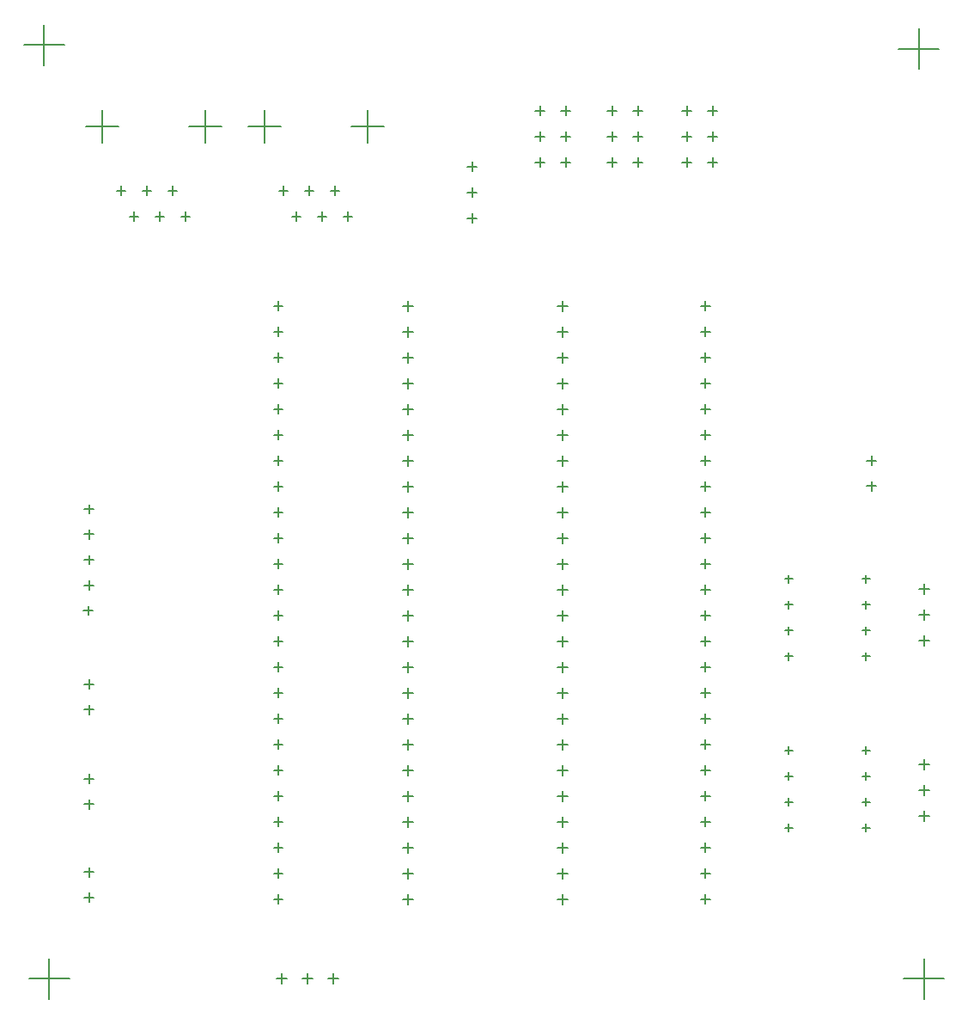
<source format=gbr>
%TF.GenerationSoftware,Altium Limited,Altium Designer,19.1.8 (144)*%
G04 Layer_Color=128*
%FSLAX26Y26*%
%MOIN*%
%TF.FileFunction,Drillmap*%
%TF.Part,Single*%
G01*
G75*
%TA.AperFunction,NonConductor*%
%ADD58C,0.005000*%
D58*
X1027480Y3185000D02*
X1062520D01*
X1045000Y3167480D02*
Y3202520D01*
X1127480Y3185000D02*
X1162520D01*
X1145000Y3167480D02*
Y3202520D01*
X1227480Y3185000D02*
X1262520D01*
X1245000Y3167480D02*
Y3202520D01*
X1077480Y3085000D02*
X1112520D01*
X1095000Y3067480D02*
Y3102520D01*
X1177480Y3085000D02*
X1212520D01*
X1195000Y3067480D02*
Y3102520D01*
X1277480Y3085000D02*
X1312520D01*
X1295000Y3067480D02*
Y3102520D01*
X906024Y3435000D02*
X1033976D01*
X970000Y3371024D02*
Y3498976D01*
X1306024Y3435000D02*
X1433976D01*
X1370000Y3371024D02*
Y3498976D01*
X676024Y3435000D02*
X803976D01*
X740000Y3371024D02*
Y3498976D01*
X276024Y3435000D02*
X403976D01*
X340000Y3371024D02*
Y3498976D01*
X647480Y3085000D02*
X682520D01*
X665000Y3067480D02*
Y3102520D01*
X547480Y3085000D02*
X582520D01*
X565000Y3067480D02*
Y3102520D01*
X447480Y3085000D02*
X482520D01*
X465000Y3067480D02*
Y3102520D01*
X597480Y3185000D02*
X632520D01*
X615000Y3167480D02*
Y3202520D01*
X497480Y3185000D02*
X532520D01*
X515000Y3167480D02*
Y3202520D01*
X397480Y3185000D02*
X432520D01*
X415000Y3167480D02*
Y3202520D01*
X2022284Y3495000D02*
X2057716D01*
X2040000Y3477284D02*
Y3512716D01*
X2122284Y3495000D02*
X2157716D01*
X2140000Y3477284D02*
Y3512716D01*
X2022284Y3395000D02*
X2057716D01*
X2040000Y3377284D02*
Y3412716D01*
X2122284Y3395000D02*
X2157716D01*
X2140000Y3377284D02*
Y3412716D01*
X2022284Y3295000D02*
X2057716D01*
X2040000Y3277284D02*
Y3312716D01*
X2122284Y3295000D02*
X2157716D01*
X2140000Y3277284D02*
Y3312716D01*
X3308307Y2039984D02*
X3343740D01*
X3326023Y2022268D02*
Y2057701D01*
X3308307Y2138410D02*
X3343740D01*
X3326023Y2120693D02*
Y2156126D01*
X272284Y1951024D02*
X307716D01*
X290000Y1933307D02*
Y1968740D01*
X272284Y1852598D02*
X307716D01*
X290000Y1834882D02*
Y1870315D01*
X272284Y1754173D02*
X307716D01*
X290000Y1736457D02*
Y1771890D01*
X272284Y1655748D02*
X307716D01*
X290000Y1638032D02*
Y1673465D01*
X268346Y1557323D02*
X303779D01*
X286063Y1539606D02*
Y1575039D01*
X2106614Y1138409D02*
X2146614D01*
X2126614Y1118409D02*
Y1158409D01*
X2106614Y1238409D02*
X2146614D01*
X2126614Y1218409D02*
Y1258409D01*
X2106614Y1338409D02*
X2146614D01*
X2126614Y1318409D02*
Y1358409D01*
X2106614Y2738410D02*
X2146614D01*
X2126614Y2718410D02*
Y2758410D01*
X2106614Y2638410D02*
X2146614D01*
X2126614Y2618410D02*
Y2658410D01*
X2106614Y2538410D02*
X2146614D01*
X2126614Y2518410D02*
Y2558410D01*
X1506614Y1338409D02*
X1546614D01*
X1526614Y1318409D02*
Y1358409D01*
X2106614Y1038409D02*
X2146614D01*
X2126614Y1018409D02*
Y1058409D01*
X2106614Y938409D02*
X2146614D01*
X2126614Y918409D02*
Y958409D01*
X2106614Y838409D02*
X2146614D01*
X2126614Y818409D02*
Y858409D01*
X2106614Y738409D02*
X2146614D01*
X2126614Y718409D02*
Y758409D01*
X2106614Y638409D02*
X2146614D01*
X2126614Y618409D02*
Y658409D01*
X2106614Y538409D02*
X2146614D01*
X2126614Y518409D02*
Y558409D01*
X2106614Y438409D02*
X2146614D01*
X2126614Y418409D02*
Y458409D01*
X1506614Y438409D02*
X1546614D01*
X1526614Y418409D02*
Y458409D01*
X1506614Y538409D02*
X1546614D01*
X1526614Y518409D02*
Y558409D01*
X1506614Y638409D02*
X1546614D01*
X1526614Y618409D02*
Y658409D01*
X1506614Y738409D02*
X1546614D01*
X1526614Y718409D02*
Y758409D01*
X1506614Y838409D02*
X1546614D01*
X1526614Y818409D02*
Y858409D01*
X1506614Y938409D02*
X1546614D01*
X1526614Y918409D02*
Y958409D01*
X1506614Y1038409D02*
X1546614D01*
X1526614Y1018409D02*
Y1058409D01*
X1506614Y1138409D02*
X1546614D01*
X1526614Y1118409D02*
Y1158409D01*
X1506614Y1238409D02*
X1546614D01*
X1526614Y1218409D02*
Y1258409D01*
X2106614Y2438410D02*
X2146614D01*
X2126614Y2418410D02*
Y2458410D01*
X2106614Y2338410D02*
X2146614D01*
X2126614Y2318410D02*
Y2358410D01*
X2106614Y2238410D02*
X2146614D01*
X2126614Y2218410D02*
Y2258410D01*
X2106614Y2138410D02*
X2146614D01*
X2126614Y2118410D02*
Y2158410D01*
X2106614Y2038409D02*
X2146614D01*
X2126614Y2018409D02*
Y2058410D01*
X2106614Y1938409D02*
X2146614D01*
X2126614Y1918409D02*
Y1958409D01*
X2106614Y1838409D02*
X2146614D01*
X2126614Y1818409D02*
Y1858409D01*
X2106614Y1738409D02*
X2146614D01*
X2126614Y1718409D02*
Y1758409D01*
X2106614Y1638409D02*
X2146614D01*
X2126614Y1618409D02*
Y1658409D01*
X2106614Y1538409D02*
X2146614D01*
X2126614Y1518409D02*
Y1558409D01*
X2106614Y1438409D02*
X2146614D01*
X2126614Y1418409D02*
Y1458409D01*
X1506614Y1438409D02*
X1546614D01*
X1526614Y1418409D02*
Y1458409D01*
X1506614Y1538409D02*
X1546614D01*
X1526614Y1518409D02*
Y1558409D01*
X1506614Y1638409D02*
X1546614D01*
X1526614Y1618409D02*
Y1658409D01*
X1506614Y1738409D02*
X1546614D01*
X1526614Y1718409D02*
Y1758409D01*
X1506614Y1838409D02*
X1546614D01*
X1526614Y1818409D02*
Y1858409D01*
X1506614Y1938409D02*
X1546614D01*
X1526614Y1918409D02*
Y1958409D01*
X1506614Y2038409D02*
X1546614D01*
X1526614Y2018409D02*
Y2058410D01*
X1506614Y2138410D02*
X1546614D01*
X1526614Y2118410D02*
Y2158410D01*
X1506614Y2238410D02*
X1546614D01*
X1526614Y2218410D02*
Y2258410D01*
X1506614Y2338410D02*
X1546614D01*
X1526614Y2318410D02*
Y2358410D01*
X1506614Y2438410D02*
X1546614D01*
X1526614Y2418410D02*
Y2458410D01*
X1506614Y2538410D02*
X1546614D01*
X1526614Y2518410D02*
Y2558410D01*
X1506614Y2638410D02*
X1546614D01*
X1526614Y2618410D02*
Y2658410D01*
X1506614Y2738410D02*
X1546614D01*
X1526614Y2718410D02*
Y2758410D01*
X272284Y806501D02*
X307716D01*
X290000Y788784D02*
Y824217D01*
X272284Y904926D02*
X307716D01*
X290000Y887210D02*
Y922643D01*
X3431260Y3735000D02*
X3588740D01*
X3510000Y3656260D02*
Y3813740D01*
X3451256Y130000D02*
X3608736D01*
X3529996Y51260D02*
Y208740D01*
X56260Y130000D02*
X213740D01*
X135000Y51260D02*
Y208740D01*
X36260Y3750000D02*
X193740D01*
X115000Y3671260D02*
Y3828740D01*
X3509921Y760000D02*
X3550079D01*
X3530000Y739921D02*
Y780079D01*
X3509921Y860000D02*
X3550079D01*
X3530000Y839921D02*
Y880079D01*
X3509921Y960000D02*
X3550079D01*
X3530000Y939921D02*
Y980079D01*
X3509921Y1440000D02*
X3550079D01*
X3530000Y1419921D02*
Y1460079D01*
X3509921Y1540000D02*
X3550079D01*
X3530000Y1519921D02*
Y1560079D01*
X3509921Y1640000D02*
X3550079D01*
X3530000Y1619921D02*
Y1660079D01*
X2990000Y1015000D02*
X3020000D01*
X3005000Y1000000D02*
Y1030000D01*
X2990000Y915000D02*
X3020000D01*
X3005000Y900000D02*
Y930000D01*
X2990000Y815000D02*
X3020000D01*
X3005000Y800000D02*
Y830000D01*
X2990000Y715000D02*
X3020000D01*
X3005000Y700000D02*
Y730000D01*
X3290000Y715000D02*
X3320000D01*
X3305000Y700000D02*
Y730000D01*
X3290000Y815000D02*
X3320000D01*
X3305000Y800000D02*
Y830000D01*
X3290000Y915000D02*
X3320000D01*
X3305000Y900000D02*
Y930000D01*
X3290000Y1015000D02*
X3320000D01*
X3305000Y1000000D02*
Y1030000D01*
X2990000Y1680000D02*
X3020000D01*
X3005000Y1665000D02*
Y1695000D01*
X2990000Y1580000D02*
X3020000D01*
X3005000Y1565000D02*
Y1595000D01*
X2990000Y1480000D02*
X3020000D01*
X3005000Y1465000D02*
Y1495000D01*
X2990000Y1380000D02*
X3020000D01*
X3005000Y1365000D02*
Y1395000D01*
X3290000Y1380000D02*
X3320000D01*
X3305000Y1365000D02*
Y1395000D01*
X3290000Y1480000D02*
X3320000D01*
X3305000Y1465000D02*
Y1495000D01*
X3290000Y1580000D02*
X3320000D01*
X3305000Y1565000D02*
Y1595000D01*
X3290000Y1680000D02*
X3320000D01*
X3305000Y1665000D02*
Y1695000D01*
X272284Y543346D02*
X307716D01*
X290000Y525630D02*
Y561063D01*
X272284Y444921D02*
X307716D01*
X290000Y427205D02*
Y462638D01*
X272284Y1271693D02*
X307716D01*
X290000Y1253976D02*
Y1289409D01*
X272284Y1173268D02*
X307716D01*
X290000Y1155551D02*
Y1190984D01*
X2664410Y2738410D02*
X2699843D01*
X2682126Y2720693D02*
Y2756126D01*
X2664410Y438409D02*
X2699843D01*
X2682126Y420693D02*
Y456126D01*
X2664410Y538409D02*
X2699843D01*
X2682126Y520693D02*
Y556126D01*
X2664410Y638409D02*
X2699843D01*
X2682126Y620693D02*
Y656126D01*
X2664410Y738409D02*
X2699843D01*
X2682126Y720693D02*
Y756126D01*
X2664410Y838409D02*
X2699843D01*
X2682126Y820693D02*
Y856126D01*
X2664410Y938409D02*
X2699843D01*
X2682126Y920693D02*
Y956126D01*
X2664410Y1038409D02*
X2699843D01*
X2682126Y1020693D02*
Y1056126D01*
X2664410Y1138409D02*
X2699843D01*
X2682126Y1120693D02*
Y1156126D01*
X2664410Y1238409D02*
X2699843D01*
X2682126Y1220693D02*
Y1256126D01*
X2664410Y1338409D02*
X2699843D01*
X2682126Y1320693D02*
Y1356126D01*
X2664410Y1438409D02*
X2699843D01*
X2682126Y1420693D02*
Y1456126D01*
X2664410Y1538409D02*
X2699843D01*
X2682126Y1520693D02*
Y1556126D01*
X2664410Y1638409D02*
X2699843D01*
X2682126Y1620693D02*
Y1656126D01*
X2664410Y1738409D02*
X2699843D01*
X2682126Y1720693D02*
Y1756126D01*
X2664410Y1838409D02*
X2699843D01*
X2682126Y1820693D02*
Y1856126D01*
X2664410Y1938409D02*
X2699843D01*
X2682126Y1920693D02*
Y1956126D01*
X2664410Y2038409D02*
X2699843D01*
X2682126Y2020693D02*
Y2056126D01*
X2664410Y2138410D02*
X2699843D01*
X2682126Y2120693D02*
Y2156126D01*
X2664410Y2238410D02*
X2699843D01*
X2682126Y2220693D02*
Y2256126D01*
X2664410Y2338410D02*
X2699843D01*
X2682126Y2320693D02*
Y2356126D01*
X2664410Y2438410D02*
X2699843D01*
X2682126Y2420693D02*
Y2456126D01*
X2664410Y2538410D02*
X2699843D01*
X2682126Y2520693D02*
Y2556126D01*
X2664410Y2638410D02*
X2699843D01*
X2682126Y2620693D02*
Y2656126D01*
X1006535Y2738410D02*
X1041968D01*
X1024252Y2720693D02*
Y2756126D01*
X1006535Y438409D02*
X1041968D01*
X1024252Y420693D02*
Y456126D01*
X1006535Y538409D02*
X1041968D01*
X1024252Y520693D02*
Y556126D01*
X1006535Y638409D02*
X1041968D01*
X1024252Y620693D02*
Y656126D01*
X1006535Y738409D02*
X1041968D01*
X1024252Y720693D02*
Y756126D01*
X1006535Y838409D02*
X1041968D01*
X1024252Y820693D02*
Y856126D01*
X1006535Y938409D02*
X1041968D01*
X1024252Y920693D02*
Y956126D01*
X1006535Y1038409D02*
X1041968D01*
X1024252Y1020693D02*
Y1056126D01*
X1006535Y1138409D02*
X1041968D01*
X1024252Y1120693D02*
Y1156126D01*
X1006535Y1238409D02*
X1041968D01*
X1024252Y1220693D02*
Y1256126D01*
X1006535Y1338409D02*
X1041968D01*
X1024252Y1320693D02*
Y1356126D01*
X1006535Y1438409D02*
X1041968D01*
X1024252Y1420693D02*
Y1456126D01*
X1006535Y1538409D02*
X1041968D01*
X1024252Y1520693D02*
Y1556126D01*
X1006535Y1638409D02*
X1041968D01*
X1024252Y1620693D02*
Y1656126D01*
X1006535Y1738409D02*
X1041968D01*
X1024252Y1720693D02*
Y1756126D01*
X1006535Y1838409D02*
X1041968D01*
X1024252Y1820693D02*
Y1856126D01*
X1006535Y1938409D02*
X1041968D01*
X1024252Y1920693D02*
Y1956126D01*
X1006535Y2038409D02*
X1041968D01*
X1024252Y2020693D02*
Y2056126D01*
X1006535Y2138410D02*
X1041968D01*
X1024252Y2120693D02*
Y2156126D01*
X1006535Y2238410D02*
X1041968D01*
X1024252Y2220693D02*
Y2256126D01*
X1006535Y2338410D02*
X1041968D01*
X1024252Y2320693D02*
Y2356126D01*
X1006535Y2438410D02*
X1041968D01*
X1024252Y2420693D02*
Y2456126D01*
X1006535Y2538410D02*
X1041968D01*
X1024252Y2520693D02*
Y2556126D01*
X1006535Y2638410D02*
X1041968D01*
X1024252Y2620693D02*
Y2656126D01*
X1758898Y3078408D02*
X1794331D01*
X1776614Y3060691D02*
Y3096124D01*
X1758898Y3178408D02*
X1794331D01*
X1776614Y3160691D02*
Y3196124D01*
X1758898Y3278408D02*
X1794331D01*
X1776614Y3260691D02*
Y3296124D01*
X2692284Y3295000D02*
X2727716D01*
X2710000Y3277284D02*
Y3312716D01*
X2592284Y3295000D02*
X2627716D01*
X2610000Y3277284D02*
Y3312716D01*
X2692284Y3395000D02*
X2727716D01*
X2710000Y3377284D02*
Y3412716D01*
X2592284Y3395000D02*
X2627716D01*
X2610000Y3377284D02*
Y3412716D01*
X2692284Y3495000D02*
X2727716D01*
X2710000Y3477284D02*
Y3512716D01*
X2592284Y3495000D02*
X2627716D01*
X2610000Y3477284D02*
Y3512716D01*
X2402284Y3295000D02*
X2437716D01*
X2420000Y3277284D02*
Y3312716D01*
X2302284Y3295000D02*
X2337716D01*
X2320000Y3277284D02*
Y3312716D01*
X2402284Y3395000D02*
X2437716D01*
X2420000Y3377284D02*
Y3412716D01*
X2302284Y3395000D02*
X2337716D01*
X2320000Y3377284D02*
Y3412716D01*
X2402284Y3495000D02*
X2437716D01*
X2420000Y3477284D02*
Y3512716D01*
X2302284Y3495000D02*
X2337716D01*
X2320000Y3477284D02*
Y3512716D01*
X1018346Y129961D02*
X1057716D01*
X1038032Y110276D02*
Y149646D01*
X1118347Y129961D02*
X1157716D01*
X1138032Y110276D02*
Y149646D01*
X1218347Y129961D02*
X1257716D01*
X1238032Y110276D02*
Y149646D01*
%TF.MD5,c428ccf75aadd6d5a6e75f737a3f04eb*%
M02*

</source>
